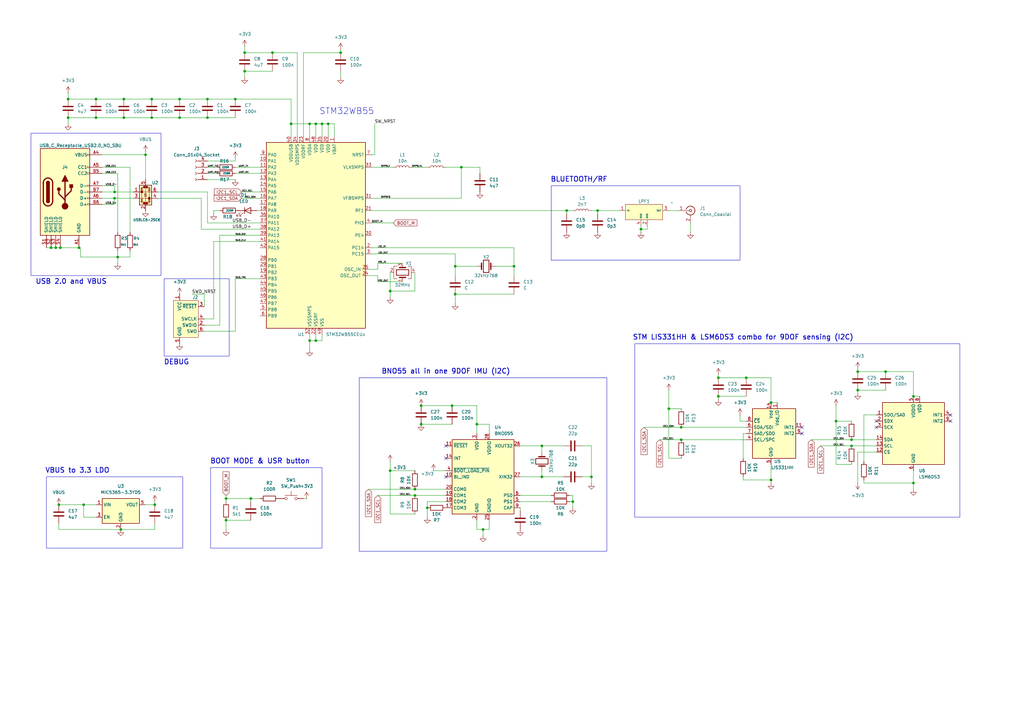
<source format=kicad_sch>
(kicad_sch (version 20250114) (generator "eeschema") (generator_version "9.0")
  (paper "A3")
  (title_block (title "STM32 BL and 9DOF test board") (date "2025-07-13") (rev "1") (comment 1 "i do not know what i am doing"))
  (rectangle (start 226.06 76.2) (end 303.53 106.68))
  (rectangle (start 147.32 154.94) (end 248.92 226.06))
  (rectangle (start 260.35 140.97) (end 393.7 212.09))
  (rectangle (start 86.36 191.77) (end 132.08 224.79))
  (rectangle (start 12.7 54.61) (end 66.04 113.03))
  (rectangle (start 19.05 195.58) (end 74.93 224.79))
  (rectangle (start 67.31 114.3) (end 93.98 146.05))
  (text "STM LIS331HH & LSM6DS3 combo for 9DOF sensing (I2C)\n" (at 304.8 138.43 0) (effects (font (size 2.032 2.032) (thickness 0.3048) (bold yes))))
  (text "VBUS to 3.3 LDO\n" (at 31.75 193.04 0) (effects (font (size 2.032 2.032) (thickness 0.3048) (bold yes))))
  (text "STM32WB55" (at 142.24 45.72 0) (effects (font (size 2.54 2.54))))
  (text "USB 2.0 and VBUS\n" (at 29.21 115.57 0) (effects (font (size 2.032 2.032) (thickness 0.3048) (bold yes))))
  (text "BNO55 all in one 9DOF IMU (I2C)\n" (at 182.88 152.4 0) (effects (font (size 2.032 2.032) (thickness 0.3048) (bold yes))))
  (text "BOOT MODE & USR button" (at 106.68 189.23 0) (effects (font (size 2.032 2.032) (thickness 0.3048) (bold yes))))
  (text "BLUETOOTH/RF\n" (at 237.49 73.66 0) (effects (font (size 2.032 2.032) (thickness 0.3048) (bold yes))))
  (text "DEBUG\n" (at 72.39 148.59 0) (effects (font (size 2.032 2.032) (thickness 0.3048) (bold yes))))
  (junction (at 129.54 50.8))
  (junction (at 186.69 109.22))
  (junction (at 132.08 50.8))
  (junction (at 316.23 196.85))
  (junction (at 32.385 101.6))
  (junction (at 245.11 86.36))
  (junction (at 39.37 40.64))
  (junction (at 175.26 208.28))
  (junction (at 63.5 207.01))
  (junction (at 351.79 160.02))
  (junction (at 62.23 48.26))
  (junction (at 127 139.7))
  (junction (at 49.53 217.17))
  (junction (at 160.02 119.38))
  (junction (at 39.37 48.26))
  (junction (at 210.82 109.22))
  (junction (at 134.62 50.8))
  (junction (at 24.13 207.01))
  (junction (at 351.79 152.4))
  (junction (at 34.29 207.01))
  (junction (at 232.41 86.36))
  (junction (at 92.71 204.47))
  (junction (at 170.18 203.2))
  (junction (at 342.9 172.72))
  (junction (at 262.89 93.98))
  (junction (at 172.72 173.99))
  (junction (at 50.8 48.26))
  (junction (at 127 50.8))
  (junction (at 170.18 200.66))
  (junction (at 92.71 213.36))
  (junction (at 374.65 198.12))
  (junction (at 62.23 40.64))
  (junction (at 46.99 81.28))
  (junction (at 102.87 204.47))
  (junction (at 316.23 165.1))
  (junction (at 73.66 48.26))
  (junction (at 242.57 195.58))
  (junction (at 363.22 152.4))
  (junction (at 195.58 173.99))
  (junction (at 119.38 50.8))
  (junction (at 129.54 139.7))
  (junction (at 222.25 195.58))
  (junction (at 234.95 205.74))
  (junction (at 349.25 180.34))
  (junction (at 294.64 162.56))
  (junction (at 111.76 21.59))
  (junction (at 96.52 40.64))
  (junction (at 294.64 154.94))
  (junction (at 279.4 175.26))
  (junction (at 100.33 21.59))
  (junction (at 274.32 167.64))
  (junction (at 160.02 193.04))
  (junction (at 279.4 180.34))
  (junction (at 185.42 166.37))
  (junction (at 198.12 217.17))
  (junction (at 20.955 101.6))
  (junction (at 100.33 29.21))
  (junction (at 85.09 48.26))
  (junction (at 59.69 63.5))
  (junction (at 48.26 105.41))
  (junction (at 24.765 101.6))
  (junction (at 22.86 101.6))
  (junction (at 139.7 21.59))
  (junction (at 189.23 68.58))
  (junction (at 27.94 40.64))
  (junction (at 27.94 48.26))
  (junction (at 85.09 40.64))
  (junction (at 50.8 40.64))
  (junction (at 186.69 120.65))
  (junction (at 374.65 162.56))
  (junction (at 349.25 182.88))
  (junction (at 306.07 154.94))
  (junction (at 222.25 182.88))
  (junction (at 46.99 78.74))
  (junction (at 172.72 166.37))
  (junction (at 73.66 40.64))
  (no_connect (at 182.88 195.58))
  (no_connect (at 328.93 177.8))
  (no_connect (at 359.41 175.26))
  (no_connect (at 182.88 182.88))
  (no_connect (at 389.89 172.72))
  (no_connect (at 328.93 175.26))
  (no_connect (at 359.41 172.72))
  (no_connect (at 389.89 170.18))
  (no_connect (at 182.88 187.96))
  (wire (pts (xy 354.33 198.12) (xy 374.65 198.12)))
  (wire (pts (xy 73.66 40.64) (xy 85.09 40.64)))
  (wire (pts (xy 48.26 105.41) (xy 48.26 107.95)))
  (wire (pts (xy 53.34 102.87) (xy 53.34 105.41)))
  (wire (pts (xy 332.74 180.34) (xy 349.25 180.34)))
  (wire (pts (xy 50.8 48.26) (xy 62.23 48.26)))
  (wire (pts (xy 172.72 173.99) (xy 185.42 173.99)))
  (wire (pts (xy 92.71 203.2) (xy 92.71 204.47)))
  (wire (pts (xy 182.88 68.58) (xy 189.23 68.58)))
  (wire (pts (xy 85.09 73.66) (xy 96.52 73.66)))
  (wire (pts (xy 210.82 109.22) (xy 210.82 113.03)))
  (wire (pts (xy 139.7 29.21) (xy 139.7 31.75)))
  (wire (pts (xy 270.51 180.34) (xy 279.4 180.34)))
  (wire (pts (xy 222.25 195.58) (xy 231.14 195.58)))
  (wire (pts (xy 374.65 198.12) (xy 374.65 200.66)))
  (wire (pts (xy 152.4 91.44) (xy 161.29 91.44)))
  (wire (pts (xy 274.32 86.36) (xy 278.13 86.36)))
  (wire (pts (xy 306.07 172.72) (xy 303.53 172.72)))
  (wire (pts (xy 63.5 217.17) (xy 49.53 217.17)))
  (wire (pts (xy 119.38 50.8) (xy 119.38 55.88)))
  (wire (pts (xy 24.13 214.63) (xy 24.13 217.17)))
  (wire (pts (xy 316.23 165.1) (xy 318.77 165.1)))
  (wire (pts (xy 139.7 20.32) (xy 139.7 21.59)))
  (wire (pts (xy 124.46 21.59) (xy 124.46 55.88)))
  (wire (pts (xy 160.02 119.38) (xy 170.18 119.38)))
  (wire (pts (xy 294.64 153.67) (xy 294.64 154.94)))
  (wire (pts (xy 242.57 195.58) (xy 242.57 198.12)))
  (wire (pts (xy 363.22 152.4) (xy 351.79 152.4)))
  (wire (pts (xy 96.52 64.77) (xy 96.52 66.04)))
  (wire (pts (xy 100.33 21.59) (xy 111.76 21.59)))
  (wire (pts (xy 96.52 71.12) (xy 106.68 71.12)))
  (wire (pts (xy 294.64 162.56) (xy 294.64 163.83)))
  (wire (pts (xy 27.94 40.64) (xy 39.37 40.64)))
  (wire (pts (xy 32.385 101.6) (xy 33.02 101.6)))
  (wire (pts (xy 83.82 130.81) (xy 87.63 130.81)))
  (wire (pts (xy 200.66 213.36) (xy 200.66 217.17)))
  (wire (pts (xy 33.02 101.6) (xy 33.02 105.41)))
  (wire (pts (xy 96.52 68.58) (xy 106.68 68.58)))
  (wire (pts (xy 242.57 195.58) (xy 238.76 195.58)))
  (wire (pts (xy 203.2 109.22) (xy 210.82 109.22)))
  (wire (pts (xy 129.54 50.8) (xy 129.54 55.88)))
  (wire (pts (xy 170.18 119.38) (xy 170.18 111.76)))
  (wire (pts (xy 83.82 120.65) (xy 78.74 120.65)))
  (wire (pts (xy 92.71 213.36) (xy 102.87 213.36)))
  (wire (pts (xy 198.12 217.17) (xy 195.58 217.17)))
  (wire (pts (xy 160.02 189.23) (xy 160.02 193.04)))
  (wire (pts (xy 41.91 71.12) (xy 48.26 71.12)))
  (wire (pts (xy 90.17 96.52) (xy 90.17 133.35)))
  (wire (pts (xy 200.66 217.17) (xy 198.12 217.17)))
  (wire (pts (xy 53.34 68.58) (xy 53.34 95.25)))
  (wire (pts (xy 27.94 48.26) (xy 27.94 50.8)))
  (wire (pts (xy 41.91 81.28) (xy 46.99 81.28)))
  (wire (pts (xy 200.66 173.99) (xy 195.58 173.99)))
  (wire (pts (xy 342.9 166.37) (xy 342.9 172.72)))
  (wire (pts (xy 87.63 99.06) (xy 87.63 130.81)))
  (wire (pts (xy 92.71 213.36) (xy 92.71 217.17)))
  (wire (pts (xy 279.4 167.64) (xy 274.32 167.64)))
  (wire (pts (xy 306.07 154.94) (xy 294.64 154.94)))
  (wire (pts (xy 90.17 96.52) (xy 106.68 96.52)))
  (wire (pts (xy 262.89 93.98) (xy 262.89 92.71)))
  (wire (pts (xy 85.09 68.58) (xy 88.9 68.58)))
  (wire (pts (xy 153.67 50.8) (xy 153.67 63.5)))
  (wire (pts (xy 59.69 207.01) (xy 63.5 207.01)))
  (wire (pts (xy 132.08 139.7) (xy 129.54 139.7)))
  (wire (pts (xy 129.54 137.16) (xy 129.54 139.7)))
  (wire (pts (xy 279.4 175.26) (xy 306.07 175.26)))
  (wire (pts (xy 170.18 203.2) (xy 182.88 203.2)))
  (wire (pts (xy 186.69 109.22) (xy 195.58 109.22)))
  (wire (pts (xy 41.91 76.2) (xy 46.99 76.2)))
  (wire (pts (xy 85.09 91.44) (xy 106.68 91.44)))
  (wire (pts (xy 359.41 170.18) (xy 354.33 170.18)))
  (wire (pts (xy 64.77 78.74) (xy 85.09 78.74)))
  (wire (pts (xy 50.8 40.64) (xy 62.23 40.64)))
  (wire (pts (xy 63.5 214.63) (xy 63.5 217.17)))
  (wire (pts (xy 170.18 200.66) (xy 182.88 200.66)))
  (wire (pts (xy 127 50.8) (xy 129.54 50.8)))
  (wire (pts (xy 196.85 68.58) (xy 196.85 71.12)))
  (wire (pts (xy 242.57 182.88) (xy 242.57 195.58)))
  (wire (pts (xy 24.13 217.17) (xy 49.53 217.17)))
  (wire (pts (xy 152.4 81.28) (xy 189.23 81.28)))
  (wire (pts (xy 46.99 83.82) (xy 46.99 81.28)))
  (wire (pts (xy 222.25 182.88) (xy 222.25 185.42)))
  (wire (pts (xy 304.8 195.58) (xy 304.8 196.85)))
  (wire (pts (xy 129.54 50.8) (xy 132.08 50.8)))
  (wire (pts (xy 213.36 182.88) (xy 222.25 182.88)))
  (wire (pts (xy 41.91 68.58) (xy 53.34 68.58)))
  (wire (pts (xy 154.94 203.2) (xy 170.18 203.2)))
  (wire (pts (xy 121.92 55.88) (xy 121.92 21.59)))
  (wire (pts (xy 160.02 193.04) (xy 160.02 210.82)))
  (wire (pts (xy 374.65 152.4) (xy 363.22 152.4)))
  (wire (pts (xy 354.33 198.12) (xy 354.33 196.85)))
  (wire (pts (xy 59.69 63.5) (xy 59.69 73.66)))
  (wire (pts (xy 96.52 114.3) (xy 106.68 114.3)))
  (wire (pts (xy 279.4 180.34) (xy 306.07 180.34)))
  (wire (pts (xy 342.9 172.72) (xy 342.9 190.5)))
  (wire (pts (xy 160.02 210.82) (xy 170.18 210.82)))
  (wire (pts (xy 195.58 217.17) (xy 195.58 213.36)))
  (wire (pts (xy 24.13 207.01) (xy 34.29 207.01)))
  (wire (pts (xy 83.82 120.65) (xy 83.82 125.73)))
  (wire (pts (xy 349.25 182.88) (xy 359.41 182.88)))
  (wire (pts (xy 100.33 29.21) (xy 100.33 31.75)))
  (wire (pts (xy 132.08 50.8) (xy 134.62 50.8)))
  (wire (pts (xy 186.69 109.22) (xy 186.69 113.03)))
  (wire (pts (xy 22.86 101.6) (xy 24.765 101.6)))
  (wire (pts (xy 264.16 175.26) (xy 279.4 175.26)))
  (wire (pts (xy 200.66 177.8) (xy 200.66 173.99)))
  (wire (pts (xy 129.54 139.7) (xy 127 139.7)))
  (wire (pts (xy 132.08 137.16) (xy 132.08 139.7)))
  (wire (pts (xy 354.33 170.18) (xy 354.33 189.23)))
  (wire (pts (xy 153.67 63.5) (xy 152.4 63.5)))
  (wire (pts (xy 262.89 93.98) (xy 265.43 93.98)))
  (wire (pts (xy 210.82 101.6) (xy 210.82 109.22)))
  (wire (pts (xy 245.11 86.36) (xy 254 86.36)))
  (wire (pts (xy 195.58 166.37) (xy 195.58 173.99)))
  (wire (pts (xy 160.02 111.76) (xy 160.02 119.38)))
  (wire (pts (xy 233.68 205.74) (xy 234.95 205.74)))
  (wire (pts (xy 90.17 133.35) (xy 83.82 133.35)))
  (wire (pts (xy 39.37 212.09) (xy 34.29 212.09)))
  (wire (pts (xy 242.57 86.36) (xy 245.11 86.36)))
  (wire (pts (xy 151.13 200.66) (xy 170.18 200.66)))
  (wire (pts (xy 127 139.7) (xy 127 143.51)))
  (wire (pts (xy 152.4 104.14) (xy 186.69 104.14)))
  (wire (pts (xy 132.08 50.8) (xy 132.08 55.88)))
  (wire (pts (xy 151.13 110.49) (xy 154.94 110.49)))
  (wire (pts (xy 27.94 48.26) (xy 39.37 48.26)))
  (wire (pts (xy 316.23 198.12) (xy 316.23 196.85)))
  (wire (pts (xy 41.91 83.82) (xy 46.99 83.82)))
  (wire (pts (xy 213.36 195.58) (xy 222.25 195.58)))
  (wire (pts (xy 238.76 182.88) (xy 242.57 182.88)))
  (wire (pts (xy 99.06 78.74) (xy 106.68 78.74)))
  (wire (pts (xy 53.34 105.41) (xy 48.26 105.41)))
  (wire (pts (xy 232.41 86.36) (xy 232.41 87.63)))
  (wire (pts (xy 39.37 40.64) (xy 50.8 40.64)))
  (wire (pts (xy 374.65 162.56) (xy 374.65 152.4)))
  (wire (pts (xy 39.37 48.26) (xy 50.8 48.26)))
  (wire (pts (xy 349.25 172.72) (xy 342.9 172.72)))
  (wire (pts (xy 234.95 205.74) (xy 234.95 208.28)))
  (wire (pts (xy 274.32 187.96) (xy 279.4 187.96)))
  (wire (pts (xy 186.69 120.65) (xy 210.82 120.65)))
  (wire (pts (xy 232.41 86.36) (xy 234.95 86.36)))
  (wire (pts (xy 96.52 40.64) (xy 119.38 40.64)))
  (wire (pts (xy 154.94 107.95) (xy 165.1 107.95)))
  (wire (pts (xy 303.53 170.18) (xy 303.53 172.72)))
  (wire (pts (xy 92.71 204.47) (xy 92.71 205.74)))
  (wire (pts (xy 73.66 48.26) (xy 85.09 48.26)))
  (wire (pts (xy 90.17 86.36) (xy 87.63 86.36)))
  (wire (pts (xy 85.09 40.64) (xy 96.52 40.64)))
  (wire (pts (xy 100.33 19.05) (xy 100.33 21.59)))
  (wire (pts (xy 99.06 81.28) (xy 106.68 81.28)))
  (wire (pts (xy 294.64 162.56) (xy 306.07 162.56)))
  (wire (pts (xy 48.26 71.12) (xy 48.26 95.25)))
  (wire (pts (xy 154.94 115.57) (xy 165.1 115.57)))
  (wire (pts (xy 85.09 48.26) (xy 96.52 48.26)))
  (wire (pts (xy 127 50.8) (xy 127 55.88)))
  (wire (pts (xy 283.21 91.44) (xy 283.21 95.25)))
  (wire (pts (xy 63.5 205.74) (xy 63.5 207.01)))
  (wire (pts (xy 102.87 204.47) (xy 106.68 204.47)))
  (wire (pts (xy 87.63 99.06) (xy 106.68 99.06)))
  (wire (pts (xy 213.36 203.2) (xy 226.06 203.2)))
  (wire (pts (xy 33.02 105.41) (xy 48.26 105.41)))
  (wire (pts (xy 19.05 101.6) (xy 20.955 101.6)))
  (wire (pts (xy 175.26 205.74) (xy 175.26 208.28)))
  (wire (pts (xy 304.8 196.85) (xy 316.23 196.85)))
  (wire (pts (xy 245.11 86.36) (xy 245.11 87.63)))
  (wire (pts (xy 154.94 113.03) (xy 154.94 115.57)))
  (wire (pts (xy 186.69 120.65) (xy 186.69 124.46)))
  (wire (pts (xy 121.92 21.59) (xy 111.76 21.59)))
  (wire (pts (xy 213.36 205.74) (xy 226.06 205.74)))
  (wire (pts (xy 316.23 165.1) (xy 316.23 154.94)))
  (wire (pts (xy 359.41 185.42) (xy 351.79 185.42)))
  (wire (pts (xy 119.38 40.64) (xy 119.38 50.8)))
  (wire (pts (xy 351.79 185.42) (xy 351.79 198.12)))
  (wire (pts (xy 64.77 81.28) (xy 82.55 81.28)))
  (wire (pts (xy 124.46 204.47) (xy 125.73 204.47)))
  (wire (pts (xy 316.23 196.85) (xy 316.23 190.5)))
  (wire (pts (xy 102.87 204.47) (xy 102.87 205.74)))
  (wire (pts (xy 46.99 76.2) (xy 46.99 78.74)))
  (wire (pts (xy 152.4 101.6) (xy 210.82 101.6)))
  (wire (pts (xy 152.4 68.58) (xy 161.29 68.58)))
  (wire (pts (xy 213.36 208.28) (xy 213.36 209.55)))
  (wire (pts (xy 134.62 50.8) (xy 134.62 55.88)))
  (wire (pts (xy 177.8 193.04) (xy 182.88 193.04)))
  (wire (pts (xy 87.63 86.36) (xy 87.63 87.63)))
  (wire (pts (xy 304.8 177.8) (xy 304.8 187.96)))
  (wire (pts (xy 154.94 110.49) (xy 154.94 107.95)))
  (wire (pts (xy 152.4 86.36) (xy 232.41 86.36)))
  (wire (pts (xy 137.16 55.88) (xy 137.16 50.8)))
  (wire (pts (xy 24.765 101.6) (xy 32.385 101.6)))
  (wire (pts (xy 172.72 166.37) (xy 185.42 166.37)))
  (wire (pts (xy 34.29 207.01) (xy 39.37 207.01)))
  (wire (pts (xy 351.79 160.02) (xy 363.22 160.02)))
  (wire (pts (xy 342.9 190.5) (xy 349.25 190.5)))
  (wire (pts (xy 316.23 154.94) (xy 306.07 154.94)))
  (wire (pts (xy 234.95 203.2) (xy 233.68 203.2)))
  (wire (pts (xy 62.23 48.26) (xy 73.66 48.26)))
  (wire (pts (xy 351.79 160.02) (xy 351.79 161.29)))
  (wire (pts (xy 222.25 195.58) (xy 222.25 193.04)))
  (wire (pts (xy 85.09 66.04) (xy 96.52 66.04)))
  (wire (pts (xy 189.23 68.58) (xy 196.85 68.58)))
  (wire (pts (xy 186.69 104.14) (xy 186.69 109.22)))
  (wire (pts (xy 189.23 81.28) (xy 189.23 68.58)))
  (wire (pts (xy 82.55 81.28) (xy 82.55 93.98)))
  (wire (pts (xy 46.99 81.28) (xy 54.61 81.28)))
  (wire (pts (xy 20.955 101.6) (xy 22.86 101.6)))
  (wire (pts (xy 48.26 102.87) (xy 48.26 105.41)))
  (wire (pts (xy 96.52 135.89) (xy 96.52 114.3)))
  (wire (pts (xy 59.69 62.23) (xy 59.69 63.5)))
  (wire (pts (xy 92.71 204.47) (xy 102.87 204.47)))
  (wire (pts (xy 234.95 203.2) (xy 234.95 205.74)))
  (wire (pts (xy 274.32 160.02) (xy 274.32 167.64)))
  (wire (pts (xy 151.13 113.03) (xy 154.94 113.03)))
  (wire (pts (xy 100.33 29.21) (xy 111.76 29.21)))
  (wire (pts (xy 175.26 208.28) (xy 175.26 212.09)))
  (wire (pts (xy 222.25 182.88) (xy 231.14 182.88)))
  (wire (pts (xy 27.94 38.1) (xy 27.94 40.64)))
  (wire (pts (xy 82.55 93.98) (xy 106.68 93.98)))
  (wire (pts (xy 46.99 78.74) (xy 54.61 78.74)))
  (wire (pts (xy 265.43 92.71) (xy 265.43 93.98)))
  (wire (pts (xy 168.91 68.58) (xy 175.26 68.58)))
  (wire (pts (xy 34.29 212.09) (xy 34.29 207.01)))
  (wire (pts (xy 127 137.16) (xy 127 139.7)))
  (wire (pts (xy 41.91 78.74) (xy 46.99 78.74)))
  (wire (pts (xy 336.55 182.88) (xy 349.25 182.88)))
  (wire (pts (xy 185.42 166.37) (xy 195.58 166.37)))
  (wire (pts (xy 85.09 78.74) (xy 85.09 91.44)))
  (wire (pts (xy 349.25 180.34) (xy 359.41 180.34)))
  (wire (pts (xy 182.88 205.74) (xy 175.26 205.74)))
  (wire (pts (xy 83.82 135.89) (xy 96.52 135.89)))
  (wire (pts (xy 195.58 173.99) (xy 195.58 177.8)))
  (wire (pts (xy 198.12 217.17) (xy 198.12 219.71)))
  (wire (pts (xy 139.7 21.59) (xy 124.46 21.59)))
  (wire (pts (xy 374.65 193.04) (xy 374.65 198.12)))
  (wire (pts (xy 374.65 162.56) (xy 377.19 162.56)))
  (wire (pts (xy 262.89 93.98) (xy 262.89 95.25)))
  (wire (pts (xy 306.07 177.8) (xy 304.8 177.8)))
  (wire (pts (xy 134.62 50.8) (xy 137.16 50.8)))
  (wire (pts (xy 41.91 63.5) (xy 59.69 63.5)))
  (wire (pts (xy 274.32 167.64) (xy 274.32 187.96)))
  (wire (pts (xy 85.09 71.12) (xy 88.9 71.12)))
  (wire (pts (xy 351.79 151.13) (xy 351.79 152.4)))
  (wire (pts (xy 119.38 50.8) (xy 127 50.8)))
  (wire (pts (xy 62.23 40.64) (xy 73.66 40.64)))
  (wire (pts (xy 105.41 86.36) (xy 106.68 86.36)))
  (wire (pts (xy 160.02 119.38) (xy 160.02 121.92)))
  (wire (pts (xy 170.18 193.04) (xy 160.02 193.04)))
  (label "USB_CC2" (at 43.18 71.12 0) (effects (font (size 0.635 0.635))))
  (label "SWD_NRST" (at 78.74 120.65 0))
  (label "USB_D+" (at 95.25 93.98 0))
  (label "SMPSLXL" (at 168.91 68.58 0) (effects (font (size 0.635 0.635))))
  (label "I2C1_SDA" (at 341.63 180.34 0) (effects (font (size 0.635 0.635))))
  (label "UART_TXC" (at 85.09 68.58 0) (effects (font (size 0.635 0.635))))
  (label "HSE_IN" (at 154.94 107.95 0) (effects (font (size 0.635 0.635))))
  (label "I2C1_SDA" (at 163.83 200.66 0) (effects (font (size 0.635 0.635))))
  (label "LSE_OUT" (at 155.0231 104.14 0) (effects (font (size 0.635 0.635))))
  (label "I2C1_SDA" (at 100.33 81.28 0) (effects (font (size 0.635 0.635))))
  (label "UART_TX" (at 97.79 68.58 0) (effects (font (size 0.635 0.635))))
  (label "USB_D+" (at 43.18 83.82 0) (effects (font (size 0.762 0.762))))
  (label "I2C1_SCL" (at 163.83 203.2 0) (effects (font (size 0.635 0.635))))
  (label "UART_RX" (at 97.79 71.12 0) (effects (font (size 0.635 0.635))))
  (label "I2C1_SCL" (at 271.78 180.34 0) (effects (font (size 0.635 0.635))))
  (label "SMPSLX" (at 156.21 68.58 0) (effects (font (size 0.635 0.635))))
  (label "HSE_OUT" (at 154.94 115.57 0) (effects (font (size 0.635 0.635))))
  (label "I2C1_SDA" (at 271.78 175.26 0) (effects (font (size 0.635 0.635))))
  (label "USB_CC1" (at 43.18 68.58 0) (effects (font (size 0.635 0.635))))
  (label "SWD_TRC" (at 96.52 114.3 0) (effects (font (size 0.635 0.635))))
  (label "I2C1_SCL" (at 99.06 78.74 0) (effects (font (size 0.635 0.635))))
  (label "UART_RXC" (at 85.09 71.12 0) (effects (font (size 0.635 0.635))))
  (label "I2C1_SCL" (at 341.63 182.88 0) (effects (font (size 0.635 0.635))))
  (label "USB_D-" (at 95.25 91.44 0))
  (label "SW_NRST" (at 153.67 50.8 0))
  (label "SMPSFB" (at 156.21 81.28 0) (effects (font (size 0.635 0.635))))
  (label "USB_D-" (at 43.18 76.2 0) (effects (font (size 0.762 0.762))))
  (label "SWD_CLK" (at 96.52 99.06 0) (effects (font (size 0.635 0.635))))
  (label "SWD_DIO" (at 96.52 96.52 0) (effects (font (size 0.635 0.635))))
  (label "BOOT_M" (at 152.4 91.44 0) (effects (font (size 0.762 0.762))))
  (label "LSE_IN" (at 154.94 101.6 0) (effects (font (size 0.635 0.635))))
  (global_label "I2C1_SDA" (shape input) (at 264.16 175.26 270) (property "Intersheetrefs" "${INTERSHEET_REFS}" (effects (hide yes))))
  (global_label "I2C1_SCL" (shape input) (at 270.51 180.34 270) (property "Intersheetrefs" "${INTERSHEET_REFS}" (effects (hide yes))))
  (global_label "I2C1_SCL" (shape input) (at 154.94 203.2 270) (property "Intersheetrefs" "${INTERSHEET_REFS}" (effects (hide yes))))
  (global_label "I2C1_SDA" (shape input) (at 99.06 81.28 180) (property "Intersheetrefs" "${INTERSHEET_REFS}" (effects (hide yes))))
  (global_label "I2C1_SCL" (shape input) (at 99.06 78.74 180) (property "Intersheetrefs" "${INTERSHEET_REFS}" (effects (hide yes))))
  (global_label "I2C1_SDA" (shape input) (at 151.13 200.66 270) (property "Intersheetrefs" "${INTERSHEET_REFS}" (effects (hide yes))))
  (global_label "BOOT_M" (shape input) (at 92.71 203.2 90) (property "Intersheetrefs" "${INTERSHEET_REFS}" (effects (hide yes))))
  (global_label "BOOT_M" (shape input) (at 161.29 91.44 0) (property "Intersheetrefs" "${INTERSHEET_REFS}" (effects (hide yes))))
  (global_label "I2C1_SDA" (shape input) (at 332.74 180.34 270) (property "Intersheetrefs" "${INTERSHEET_REFS}" (effects (hide yes))))
  (global_label "I2C1_SCL" (shape input) (at 336.55 182.88 270) (property "Intersheetrefs" "${INTERSHEET_REFS}" (effects (hide yes))))
  (symbol (lib_id "power:GND") (at 87.63 87.63 0) (unit 1)
    (property "Reference" "#PWR046" (effects (hide yes)))
    (property "Value" "GND" (effects (hide yes)))
    (property "Description" "Power symbol creates a global label with name \"GND\" , ground" (effects (hide yes)))
  )
  (symbol (lib_id "power:GND") (at 374.65 200.66 0) (unit 1)
    (property "Reference" "#PWR040" (effects (hide yes)))
    (property "Value" "GND" (effects (hide yes)))
    (property "Description" "Power symbol creates a global label with name \"GND\" , ground" (effects (hide yes)))
  )
  (symbol (lib_id "Regulator_Linear:MIC5365-3.3YD5") (at 49.53 209.55 0) (unit 1)
    (property "Reference" "U3" (at 49.53 199.39 0))
    (property "Value" "MIC5365-3.3YD5" (at 49.53 201.93 0))
    (property "Footprint" "Package_TO_SOT_SMD:SOT-23-5" (effects (hide yes)))
    (property "Datasheet" "http://ww1.microchip.com/downloads/en/DeviceDoc/mic5365.pdf" (effects (hide yes)))
    (property "Description" "150mA Low-dropout Voltage Regulator, Vout 3.3V, Vin up to 5.5V, SOT-23-5" (effects (hide yes)))
  )
  (symbol (lib_id "Device:R") (at 92.71 68.58 90) (unit 1)
    (property "Reference" "R16" (at 93.98 66.04 90) (effects (justify left)))
    (property "Value" "220R" (at 93.98 68.58 90) (effects (font (size 0.762 0.762)) (justify left)))
    (property "Description" "Resistor" (effects (hide yes)))
  )
  (symbol (lib_id "power:+3V3") (at 274.32 160.02 0) (unit 1)
    (property "Reference" "#PWR042" (effects (hide yes)))
    (property "Value" "+3V3" (at 274.32 154.94 0))
    (property "Description" "Power symbol creates a global label with name \"+3V3\"" (effects (hide yes)))
  )
  (symbol (lib_id "power:GND") (at 316.23 198.12 0) (unit 1)
    (property "Reference" "#PWR037" (effects (hide yes)))
    (property "Value" "GND" (effects (hide yes)))
    (property "Description" "Power symbol creates a global label with name \"GND\" , ground" (effects (hide yes)))
  )
  (symbol (lib_id "power:GND") (at 196.85 78.74 0) (unit 1)
    (property "Reference" "#PWR08" (effects (hide yes)))
    (property "Value" "GND" (effects (hide yes)))
    (property "Description" "Power symbol creates a global label with name \"GND\" , ground" (effects (hide yes)))
  )
  (symbol (lib_id "power:+3V3") (at 96.52 64.77 0) (unit 1)
    (property "Reference" "#PWR045" (effects (hide yes)))
    (property "Value" "+3V3" (at 96.52 59.69 0))
    (property "Description" "Power symbol creates a global label with name \"+3V3\"" (effects (hide yes)))
  )
  (symbol (lib_id "power:GND") (at 73.66 140.97 0) (unit 1)
    (property "Reference" "#PWR016" (effects (hide yes)))
    (property "Value" "GND" (effects (hide yes)))
    (property "Description" "Power symbol creates a global label with name \"GND\" , ground" (effects (hide yes)))
  )
  (symbol (lib_id "Connector:Conn_ARM_SWD_TagConnect_TC2030") (at 76.2 130.81 0) (unit 1) (in_bom no)
    (property "Reference" "J2" (at 81.28 121.92 0) (effects (justify right)))
    (property "Value" "Conn_ARM_SWD_TagConnect_TC2030" (effects (hide yes)))
    (property "Footprint" "Connector:Tag-Connect_TC2030-IDC-FP_2x03_P1.27mm_Vertical" (effects (hide yes)))
    (property "Datasheet" "https://www.tag-connect.com/wp-content/uploads/bsk-pdf-manager/TC2030-CTX_1.pdf" (effects (hide yes)))
    (property "Description" "Tag-Connect ARM Cortex SWD JTAG connector, 6 pin" (effects (hide yes)))
  )
  (symbol (lib_id "power:+3V3") (at 125.73 204.47 0) (unit 1)
    (property "Reference" "#PWR018" (effects (hide yes)))
    (property "Value" "+3V3" (at 125.73 199.39 0))
    (property "Description" "Power symbol creates a global label with name \"+3V3\"" (effects (hide yes)))
  )
  (symbol (lib_id "power:+3V3") (at 172.72 166.37 0) (unit 1)
    (property "Reference" "#PWR026" (effects (hide yes)))
    (property "Value" "+3V3" (at 172.72 161.29 0))
    (property "Description" "Power symbol creates a global label with name \"+3V3\"" (effects (hide yes)))
  )
  (symbol (lib_id "Device:C") (at 232.41 91.44 0) (unit 1)
    (property "Reference" "C15" (at 236.22 90.1699 0) (effects (justify left)))
    (property "Value" "0p8" (at 236.22 92.7099 0) (effects (justify left)))
    (property "Description" "Unpolarized capacitor" (effects (hide yes)))
  )
  (symbol (lib_id "power:+3V3") (at 342.9 166.37 0) (unit 1)
    (property "Reference" "#PWR043" (effects (hide yes)))
    (property "Value" "+3V3" (at 342.9 161.29 0))
    (property "Description" "Power symbol creates a global label with name \"+3V3\"" (effects (hide yes)))
  )
  (symbol (lib_id "Device:C") (at 210.82 116.84 0) (unit 1)
    (property "Reference" "C13" (at 214.63 115.5699 0) (effects (justify left)))
    (property "Value" "C" (at 214.63 118.1099 0) (effects (justify left)))
    (property "Description" "Unpolarized capacitor" (effects (hide yes)))
  )
  (symbol (lib_id "Device:C") (at 172.72 170.18 0) (unit 1)
    (property "Reference" "C27" (at 176.53 168.9099 0) (effects (justify left)))
    (property "Value" "100n" (at 176.53 171.4499 0) (effects (justify left)))
    (property "Description" "Unpolarized capacitor" (effects (hide yes)))
  )
  (symbol (lib_id "Device:C") (at 63.5 210.82 0) (unit 1)
    (property "Reference" "C18" (at 67.31 209.5499 0) (effects (justify left)))
    (property "Value" "4u7" (at 67.31 212.0899 0) (effects (justify left)))
    (property "Description" "Unpolarized capacitor" (effects (hide yes)))
  )
  (symbol (lib_id "Device:R") (at 170.18 207.01 180) (unit 1)
    (property "Reference" "R9" (at 165.1 207.01 90))
    (property "Value" "10K" (at 167.64 207.01 90))
    (property "Description" "Resistor" (effects (hide yes)))
  )
  (symbol (lib_id "Device:C") (at 24.13 210.82 0) (unit 1)
    (property "Reference" "C17" (at 27.94 209.5499 0) (effects (justify left)))
    (property "Value" "4u7" (at 27.94 212.0899 0) (effects (justify left)))
    (property "Description" "Unpolarized capacitor" (effects (hide yes)))
  )
  (symbol (lib_id "Device:LED") (at 101.6 86.36 0) (unit 1)
    (property "Reference" "D1" (at 100.0125 80.01 0))
    (property "Value" "LED" (at 100.0125 82.55 0))
    (property "Description" "Light emitting diode" (effects (hide yes)))
    (property "Sim.Pins" "1=K 2=A" (effects (hide yes)))
  )
  (symbol (lib_id "Device:C") (at 234.95 195.58 90) (unit 1)
    (property "Reference" "C21" (at 234.95 187.96 90))
    (property "Value" "22p" (at 234.95 190.5 90))
    (property "Description" "Unpolarized capacitor" (effects (hide yes)))
  )
  (symbol (lib_id "power:GND") (at 92.71 217.17 0) (unit 1)
    (property "Reference" "#PWR017" (effects (hide yes)))
    (property "Value" "GND" (effects (hide yes)))
    (property "Description" "Power symbol creates a global label with name \"GND\" , ground" (effects (hide yes)))
  )
  (symbol (lib_id "power:GND") (at 186.69 124.46 0) (unit 1)
    (property "Reference" "#PWR09" (effects (hide yes)))
    (property "Value" "GND" (effects (hide yes)))
    (property "Description" "Power symbol creates a global label with name \"GND\" , ground" (effects (hide yes)))
  )
  (symbol (lib_id "Device:C") (at 73.66 44.45 0) (unit 1)
    (property "Reference" "C2" (at 77.47 43.1799 0) (effects (justify left)))
    (property "Value" "100n" (at 77.47 45.7199 0) (effects (justify left)))
    (property "Description" "Unpolarized capacitor" (effects (hide yes)))
  )
  (symbol (lib_id "Device:C") (at 62.23 44.45 0) (unit 1)
    (property "Reference" "C3" (at 66.04 43.1799 0) (effects (justify left)))
    (property "Value" "100n" (at 66.04 45.7199 0) (effects (justify left)))
    (property "Description" "Unpolarized capacitor" (effects (hide yes)))
  )
  (symbol (lib_id "Device:R") (at 92.71 71.12 270) (unit 1)
    (property "Reference" "R17" (at 90.17 73.66 90) (effects (justify left)))
    (property "Value" "220R" (at 91.44 71.12 90) (effects (font (size 0.762 0.762)) (justify left)))
    (property "Description" "Resistor" (effects (hide yes)))
  )
  (symbol (lib_id "Device:C") (at 111.76 25.4 0) (unit 1)
    (property "Reference" "C9" (at 115.57 24.1299 0) (effects (justify left)))
    (property "Value" "100n" (at 115.57 26.6699 0) (effects (justify left)))
    (property "Description" "Unpolarized capacitor" (effects (hide yes)))
  )
  (symbol (lib_id "power:+3V3") (at 303.53 170.18 0) (unit 1)
    (property "Reference" "#PWR034" (effects (hide yes)))
    (property "Value" "+3V3" (at 303.53 165.1 0))
    (property "Description" "Power symbol creates a global label with name \"+3V3\"" (effects (hide yes)))
  )
  (symbol (lib_id "Connector:Conn_01x04_Socket") (at 80.01 71.12 180) (unit 1)
    (property "Reference" "J3" (at 80.645 60.96 0))
    (property "Value" "Conn_01x04_Socket" (at 80.645 63.5 0))
    (property "Footprint" "Connector_Molex:Molex_MicroClasp_55932-0410_1x04_P2.00mm_Vertical" (effects (hide yes)))
    (property "Description" "Generic connector, single row, 01x04, script generated" (effects (hide yes)))
  )
  (symbol (lib_id "Device:Crystal") (at 199.39 109.22 0) (unit 1)
    (property "Reference" "X2" (at 199.39 105.41 0))
    (property "Value" "32kHz768" (at 199.39 113.03 0))
    (property "Description" "Two pin crystal" (effects (hide yes)))
  )
  (symbol (lib_id "MCU_ST_STM32WB:STM32WB55CEUx") (at 129.54 96.52 0) (mirror y) (unit 1)
    (property "Reference" "U1" (at 124.8567 137.16 0) (effects (justify left)))
    (property "Value" "STM32WB55CEUx" (at 149.86 137.16 0) (effects (justify left)))
    (property "Footprint" "Package_DFN_QFN:QFN-48-1EP_7x7mm_P0.5mm_EP5.6x5.6mm" (effects (hide yes)))
    (property "Datasheet" "https://www.st.com/resource/en/datasheet/stm32wb55ce.pdf" (effects (hide yes)))
    (property "Description" "STMicroelectronics Arm Cortex-M4 MCU, 512KB flash, 256KB RAM, 64 MHz, 1.71-3.6V, 30 GPIO, UFQFPN48" (effects (hide yes)))
  )
  (symbol (lib_id "Device:L") (at 179.07 68.58 90) (unit 1)
    (property "Reference" "L2" (at 179.07 63.5 90))
    (property "Value" "10n" (at 179.07 66.04 90))
    (property "Description" "Inductor" (effects (hide yes)))
  )
  (symbol (lib_id "Device:R") (at 304.8 191.77 0) (unit 1)
    (property "Reference" "R10" (at 309.88 191.77 90))
    (property "Value" "10K" (at 307.34 191.77 90))
    (property "Description" "Resistor" (effects (hide yes)))
  )
  (symbol (lib_id "Device:C") (at 50.8 44.45 0) (unit 1)
    (property "Reference" "C6" (at 54.61 43.1799 0) (effects (justify left)))
    (property "Value" "100n" (at 54.61 45.7199 0) (effects (justify left)))
    (property "Description" "Unpolarized capacitor" (effects (hide yes)))
  )
  (symbol (lib_id "SW:DLF162500LT-5028A1") (at 264.16 86.36 0) (unit 1)
    (property "Reference" "LPF1" (at 264.16 82.55 0))
    (property "Value" "~" (at 275.59 83.1149 0))
    (property "Footprint" "SW:DLF162500LT-5028A1" (effects (hide yes)))
  )
  (symbol (lib_id "Device:R") (at 349.25 186.69 0) (unit 1)
    (property "Reference" "R14" (at 344.17 186.69 90))
    (property "Value" "10K" (at 346.71 186.69 90))
    (property "Description" "Resistor" (effects (hide yes)))
  )
  (symbol (lib_id "Sensor_Motion:BNO055") (at 198.12 195.58 0) (unit 1)
    (property "Reference" "U4" (at 202.8033 175.26 0) (effects (justify left)))
    (property "Value" "BNO055" (at 202.8033 177.8 0) (effects (justify left)))
    (property "Footprint" "Package_LGA:LGA-28_5.2x3.8mm_P0.5mm" (effects (hide yes)))
    (property "Datasheet" "https://www.bosch-sensortec.com/media/boschsensortec/downloads/datasheets/bst-bno055-ds000.pdf" (effects (hide yes)))
    (property "Description" "Intelligent 9-axis absolute orientation sensor, LGA-28" (effects (hide yes)))
  )
  (symbol (lib_id "Device:C") (at 186.69 116.84 0) (unit 1)
    (property "Reference" "C12" (at 190.5 115.5699 0) (effects (justify left)))
    (property "Value" "C" (at 190.5 118.1099 0) (effects (justify left)))
    (property "Description" "Unpolarized capacitor" (effects (hide yes)))
  )
  (symbol (lib_id "power:+3V3") (at 27.94 38.1 0) (unit 1)
    (property "Reference" "#PWR03" (effects (hide yes)))
    (property "Value" "+3V3" (at 27.94 33.02 0))
    (property "Description" "Power symbol creates a global label with name \"+3V3\"" (effects (hide yes)))
  )
  (symbol (lib_id "Device:R") (at 110.49 204.47 90) (unit 1)
    (property "Reference" "R2" (at 110.49 198.12 90))
    (property "Value" "100R" (at 110.49 200.66 90))
    (property "Description" "Resistor" (effects (hide yes)))
  )
  (symbol (lib_id "Device:R") (at 92.71 209.55 0) (unit 1)
    (property "Reference" "R1" (at 95.25 208.2799 0) (effects (justify left)))
    (property "Value" "5k1" (at 95.25 210.8199 0) (effects (justify left)))
    (property "Description" "Resistor" (effects (hide yes)))
  )
  (symbol (lib_id "power:+3V3") (at 139.7 20.32 0) (unit 1)
    (property "Reference" "#PWR07" (effects (hide yes)))
    (property "Value" "+3V3" (at 139.7 15.24 0))
    (property "Description" "Power symbol creates a global label with name \"+3V3\"" (effects (hide yes)))
  )
  (symbol (lib_id "power:+3V3") (at 294.64 153.67 0) (unit 1)
    (property "Reference" "#PWR036" (effects (hide yes)))
    (property "Value" "+3V3" (at 294.64 148.59 0))
    (property "Description" "Power symbol creates a global label with name \"+3V3\"" (effects (hide yes)))
  )
  (symbol (lib_id "Device:C") (at 351.79 156.21 0) (unit 1)
    (property "Reference" "C25" (at 355.6 154.9399 0) (effects (justify left)))
    (property "Value" "100n" (at 355.6 157.4799 0) (effects (justify left)))
    (property "Description" "Unpolarized capacitor" (effects (hide yes)))
  )
  (symbol (lib_id "Device:R") (at 229.87 203.2 90) (unit 1)
    (property "Reference" "R5" (at 229.87 198.12 90))
    (property "Value" "10K" (at 229.87 200.66 90))
    (property "Description" "Resistor" (effects (hide yes)))
  )
  (symbol (lib_id "Device:R") (at 279.4 171.45 0) (unit 1)
    (property "Reference" "R13" (at 284.48 171.45 90))
    (property "Value" "10K" (at 281.94 171.45 90))
    (property "Description" "Resistor" (effects (hide yes)))
  )
  (symbol (lib_id "power:+3V3") (at 351.79 198.12 180) (unit 1)
    (property "Reference" "#PWR041" (effects (hide yes)))
    (property "Value" "+3V3" (at 351.79 203.2 0))
    (property "Description" "Power symbol creates a global label with name \"+3V3\"" (effects (hide yes)))
  )
  (symbol (lib_id "Device:C") (at 139.7 25.4 0) (unit 1)
    (property "Reference" "C10" (at 143.51 24.1299 0) (effects (justify left)))
    (property "Value" "100n" (at 143.51 26.6699 0) (effects (justify left)))
    (property "Description" "Unpolarized capacitor" (effects (hide yes)))
  )
  (symbol (lib_id "power:GND") (at 283.21 95.25 0) (unit 1)
    (property "Reference" "#PWR014" (effects (hide yes)))
    (property "Value" "GND" (effects (hide yes)))
    (property "Description" "Power symbol creates a global label with name \"GND\" , ground" (effects (hide yes)))
  )
  (symbol (lib_id "Device:R") (at 354.33 193.04 0) (unit 1)
    (property "Reference" "R11" (at 359.41 193.04 90))
    (property "Value" "10K" (at 356.87 193.04 90))
    (property "Description" "Resistor" (effects (hide yes)))
  )
  (symbol (lib_id "Device:L") (at 238.76 86.36 90) (unit 1)
    (property "Reference" "L3" (at 238.76 81.28 90))
    (property "Value" "2n7" (at 238.76 83.82 90))
    (property "Description" "Inductor" (effects (hide yes)))
  )
  (symbol (lib_id "Device:Crystal") (at 222.25 189.23 90) (unit 1)
    (property "Reference" "X3" (at 218.44 189.23 0))
    (property "Value" "32kHz768" (at 226.06 189.23 0))
    (property "Description" "Two pin crystal" (effects (hide yes)))
  )
  (symbol (lib_id "Device:C") (at 196.85 74.93 0) (unit 1)
    (property "Reference" "C11" (at 200.66 73.6599 0) (effects (justify left)))
    (property "Value" "4u7" (at 200.66 76.1999 0) (effects (justify left)))
    (property "Description" "Unpolarized capacitor" (effects (hide yes)))
  )
  (symbol (lib_id "Device:C") (at 294.64 158.75 0) (unit 1)
    (property "Reference" "C23" (at 298.45 157.4799 0) (effects (justify left)))
    (property "Value" "100n" (at 298.45 160.0199 0) (effects (justify left)))
    (property "Description" "Unpolarized capacitor" (effects (hide yes)))
  )
  (symbol (lib_id "Device:C") (at 213.36 213.36 0) (unit 1)
    (property "Reference" "C19" (at 217.17 212.0899 0) (effects (justify left)))
    (property "Value" "100n" (at 217.17 214.6299 0) (effects (justify left)))
    (property "Description" "Unpolarized capacitor" (effects (hide yes)))
  )
  (symbol (lib_id "power:VBUS") (at 59.69 62.23 0) (unit 1)
    (property "Reference" "#PWR024" (effects (hide yes)))
    (property "Value" "VBUS" (at 59.69 57.15 0))
    (property "Description" "Power symbol creates a global label with name \"VBUS\"" (effects (hide yes)))
  )
  (symbol (lib_id "power:GND") (at 262.89 95.25 0) (unit 1)
    (property "Reference" "#PWR013" (effects (hide yes)))
    (property "Value" "GND" (effects (hide yes)))
    (property "Description" "Power symbol creates a global label with name \"GND\" , ground" (effects (hide yes)))
  )
  (symbol (lib_id "power:GND") (at 232.41 95.25 0) (unit 1)
    (property "Reference" "#PWR011" (effects (hide yes)))
    (property "Value" "GND" (effects (hide yes)))
    (property "Description" "Power symbol creates a global label with name \"GND\" , ground" (effects (hide yes)))
  )
  (symbol (lib_id "power:+3V3") (at 160.02 189.23 0) (unit 1)
    (property "Reference" "#PWR033" (effects (hide yes)))
    (property "Value" "+3V3" (at 163.83 191.77 0))
    (property "Description" "Power symbol creates a global label with name \"+3V3\"" (effects (hide yes)))
  )
  (symbol (lib_id "power:GND") (at 96.52 73.66 0) (unit 1)
    (property "Reference" "#PWR044" (effects (hide yes)))
    (property "Value" "GND" (effects (hide yes)))
    (property "Description" "Power symbol creates a global label with name \"GND\" , ground" (effects (hide yes)))
  )
  (symbol (lib_id "Device:C") (at 27.94 44.45 0) (unit 1)
    (property "Reference" "C4" (at 31.75 43.1799 0) (effects (justify left)))
    (property "Value" "4u7" (at 31.75 45.7199 0) (effects (justify left)))
    (property "Description" "Unpolarized capacitor" (effects (hide yes)))
  )
  (symbol (lib_id "power:GND") (at 59.69 86.36 0) (unit 1)
    (property "Reference" "#PWR019" (effects (hide yes)))
    (property "Value" "GND" (effects (hide yes)))
    (property "Description" "Power symbol creates a global label with name \"GND\" , ground" (effects (hide yes)))
  )
  (symbol (lib_id "Device:C") (at 100.33 25.4 0) (unit 1)
    (property "Reference" "C8" (at 104.14 24.1299 0) (effects (justify left)))
    (property "Value" "4u7" (at 104.14 26.6699 0) (effects (justify left)))
    (property "Description" "Unpolarized capacitor" (effects (hide yes)))
  )
  (symbol (lib_id "Device:R") (at 170.18 196.85 180) (unit 1)
    (property "Reference" "R8" (at 165.1 196.85 90))
    (property "Value" "10K" (at 167.64 196.85 90))
    (property "Description" "Resistor" (effects (hide yes)))
  )
  (symbol (lib_id "Device:C") (at 102.87 209.55 0) (unit 1)
    (property "Reference" "C16" (at 106.68 208.2799 0) (effects (justify left)))
    (property "Value" "100n" (at 106.68 210.8199 0) (effects (justify left)))
    (property "Description" "Unpolarized capacitor" (effects (hide yes)))
  )
  (symbol (lib_id "Device:C") (at 234.95 182.88 90) (unit 1)
    (property "Reference" "C22" (at 234.95 175.26 90))
    (property "Value" "22p" (at 234.95 177.8 90))
    (property "Description" "Unpolarized capacitor" (effects (hide yes)))
  )
  (symbol (lib_id "Device:R") (at 229.87 205.74 270) (unit 1)
    (property "Reference" "R6" (at 229.87 210.82 90))
    (property "Value" "10K" (at 229.87 208.28 90))
    (property "Description" "Resistor" (effects (hide yes)))
  )
  (symbol (lib_id "power:GND") (at 100.33 31.75 0) (unit 1)
    (property "Reference" "#PWR05" (effects (hide yes)))
    (property "Value" "GND" (effects (hide yes)))
    (property "Description" "Power symbol creates a global label with name \"GND\" , ground" (effects (hide yes)))
  )
  (symbol (lib_id "Sensor_Motion:LIS331HH") (at 316.23 177.8 0) (unit 1)
    (property "Reference" "U5" (at 317.5 189.23 0) (effects (justify left)))
    (property "Value" "LIS331HH" (at 316.23 191.77 0) (effects (justify left)))
    (property "Footprint" "Package_LGA:LGA-12_2x2mm_P0.5mm" (effects (hide yes)))
    (property "Datasheet" "https://media.digikey.com/pdf/Data%20Sheets/ST%20Microelectronics%20PDFS/LIS331HH.pdf" (effects (hide yes)))
    (property "Description" "3-Axis Accelerometer, 6/12/24g range, 1000Hz, I2C and SPI interface" (effects (hide yes)))
  )
  (symbol (lib_id "power:+3V3") (at 177.8 193.04 0) (unit 1)
    (property "Reference" "#PWR031" (effects (hide yes)))
    (property "Value" "+3V3" (at 175.26 194.31 0))
    (property "Description" "Power symbol creates a global label with name \"+3V3\"" (effects (hide yes)))
  )
  (symbol (lib_id "Device:Crystal_GND24") (at 165.1 111.76 90) (unit 1)
    (property "Reference" "X1" (at 167.64 107.95 90))
    (property "Value" "32MHz" (at 165.1 116.84 90))
    (property "Description" "Four pin crystal, GND on pins 2 and 4" (effects (hide yes)))
  )
  (symbol (lib_id "Power_Protection:USBLC6-2SC6") (at 59.69 78.74 0) (unit 1)
    (property "Reference" "U2" (at 62.23 74.93 0) (effects (justify left)))
    (property "Value" "USBLC6-2SC6" (at 54.61 90.17 0) (effects (font (size 1.016 1.016)) (justify left)))
    (property "Footprint" "Package_TO_SOT_SMD:SOT-23-6" (effects (hide yes)))
    (property "Datasheet" "https://www.st.com/resource/en/datasheet/usblc6-2.pdf" (effects (hide yes)))
    (property "Description" "Very low capacitance ESD protection diode, 2 data-line, SOT-23-6" (effects (hide yes)))
  )
  (symbol (lib_id "Device:C") (at 39.37 44.45 0) (unit 1)
    (property "Reference" "C5" (at 43.18 43.1799 0) (effects (justify left)))
    (property "Value" "100n" (at 43.18 45.7199 0) (effects (justify left)))
    (property "Description" "Unpolarized capacitor" (effects (hide yes)))
  )
  (symbol (lib_id "power:GND") (at 48.26 107.95 0) (unit 1)
    (property "Reference" "#PWR020" (effects (hide yes)))
    (property "Value" "GND" (effects (hide yes)))
    (property "Description" "Power symbol creates a global label with name \"GND\" , ground" (effects (hide yes)))
  )
  (symbol (lib_id "josh-connector:USB_C_Receptacle_USB2.0_NO_SBU") (at 26.67 78.74 0) (unit 1)
    (property "Reference" "J4" (at 26.67 68.58 0))
    (property "Value" "USB_C_Receptacle_USB2.0_NO_SBU" (at 33.02 59.69 0))
  )
  (symbol (lib_id "power:GND") (at 160.02 121.92 0) (unit 1)
    (property "Reference" "#PWR010" (effects (hide yes)))
    (property "Value" "GND" (effects (hide yes)))
    (property "Description" "Power symbol creates a global label with name \"GND\" , ground" (effects (hide yes)))
  )
  (symbol (lib_id "power:GND") (at 198.12 219.71 0) (unit 1)
    (property "Reference" "#PWR027" (effects (hide yes)))
    (property "Value" "GND" (effects (hide yes)))
    (property "Description" "Power symbol creates a global label with name \"GND\" , ground" (effects (hide yes)))
  )
  (symbol (lib_id "power:GND") (at 27.94 50.8 0) (unit 1)
    (property "Reference" "#PWR02" (effects (hide yes)))
    (property "Value" "GND" (effects (hide yes)))
    (property "Description" "Power symbol creates a global label with name \"GND\" , ground" (effects (hide yes)))
  )
  (symbol (lib_id "power:GND") (at 127 143.51 0) (unit 1)
    (property "Reference" "#PWR01" (effects (hide yes)))
    (property "Value" "GND" (effects (hide yes)))
    (property "Description" "Power symbol creates a global label with name \"GND\" , ground" (effects (hide yes)))
  )
  (symbol (lib_id "Switch:SW_Push") (at 119.38 204.47 0) (unit 1)
    (property "Reference" "SW1" (at 119.38 196.85 0))
    (property "Value" "SW_Push" (at 119.38 199.39 0))
    (property "Description" "Push button switch, generic, two pins" (effects (hide yes)))
  )
  (symbol (lib_id "power:+3V3") (at 73.66 120.65 0) (unit 1)
    (property "Reference" "#PWR015" (effects (hide yes)))
    (property "Value" "+3V3" (at 73.66 115.57 0))
    (property "Description" "Power symbol creates a global label with name \"+3V3\"" (effects (hide yes)))
  )
  (symbol (lib_id "Device:C") (at 363.22 156.21 0) (unit 1)
    (property "Reference" "C26" (at 367.03 154.9399 0) (effects (justify left)))
    (property "Value" "100n" (at 367.03 157.4799 0) (effects (justify left)))
    (property "Description" "Unpolarized capacitor" (effects (hide yes)))
  )
  (symbol (lib_id "Device:R") (at 48.26 99.06 0) (unit 1)
    (property "Reference" "R3" (at 49.53 97.79 0) (effects (justify left)))
    (property "Value" "5k1" (at 49.53 100.33 0) (effects (font (size 0.762 0.762)) (justify left)))
    (property "Description" "Resistor" (effects (hide yes)))
  )
  (symbol (lib_id "Device:C") (at 306.07 158.75 0) (unit 1)
    (property "Reference" "C24" (at 309.88 157.4799 0) (effects (justify left)))
    (property "Value" "100n" (at 309.88 160.0199 0) (effects (justify left)))
    (property "Description" "Unpolarized capacitor" (effects (hide yes)))
  )
  (symbol (lib_id "power:+3V3") (at 63.5 205.74 0) (unit 1)
    (property "Reference" "#PWR022" (effects (hide yes)))
    (property "Value" "+3V3" (at 63.5 200.66 0))
    (property "Description" "Power symbol creates a global label with name \"+3V3\"" (effects (hide yes)))
  )
  (symbol (lib_id "Device:C") (at 185.42 170.18 0) (unit 1)
    (property "Reference" "C20" (at 189.23 168.9099 0) (effects (justify left)))
    (property "Value" "100n" (at 189.23 171.4499 0) (effects (justify left)))
    (property "Description" "Unpolarized capacitor" (effects (hide yes)))
  )
  (symbol (lib_id "power:GND") (at 213.36 217.17 0) (unit 1)
    (property "Reference" "#PWR028" (effects (hide yes)))
    (property "Value" "GND" (effects (hide yes)))
    (property "Description" "Power symbol creates a global label with name \"GND\" , ground" (effects (hide yes)))
  )
  (symbol (lib_id "Sensor_Motion:LSM6DS3") (at 374.65 177.8 0) (unit 1)
    (property "Reference" "U6" (at 376.7933 193.04 0) (effects (justify left)))
    (property "Value" "LSM6DS3" (at 376.7933 195.58 0) (effects (justify left)))
    (property "Footprint" "Package_LGA:LGA-14_3x2.5mm_P0.5mm_LayoutBorder3x4y" (effects (hide yes)))
    (property "Datasheet" "https://www.st.com/resource/en/datasheet/lsm6ds3tr-c.pdf" (effects (hide yes)))
    (property "Description" "I2C/SPI, iNEMO inertial module: always-on 3D accelerometer and 3D gyroscope" (effects (hide yes)))
  )
  (symbol (lib_id "power:GND") (at 234.95 208.28 0) (unit 1)
    (property "Reference" "#PWR025" (effects (hide yes)))
    (property "Value" "GND" (effects (hide yes)))
    (property "Description" "Power symbol creates a global label with name \"GND\" , ground" (effects (hide yes)))
  )
  (symbol (lib_id "Device:L") (at 165.1 68.58 90) (unit 1)
    (property "Reference" "L1" (at 165.1 63.5 90))
    (property "Value" "10n" (at 165.1 66.04 90))
    (property "Description" "Inductor" (effects (hide yes)))
  )
  (symbol (lib_id "power:GND") (at 139.7 31.75 0) (unit 1)
    (property "Reference" "#PWR06" (effects (hide yes)))
    (property "Value" "GND" (effects (hide yes)))
    (property "Description" "Power symbol creates a global label with name \"GND\" , ground" (effects (hide yes)))
  )
  (symbol (lib_id "Device:R") (at 279.4 184.15 0) (unit 1)
    (property "Reference" "R12" (at 284.48 184.15 90))
    (property "Value" "10K" (at 281.94 184.15 90))
    (property "Description" "Resistor" (effects (hide yes)))
  )
  (symbol (lib_id "power:GND") (at 242.57 198.12 0) (unit 1)
    (property "Reference" "#PWR032" (effects (hide yes)))
    (property "Value" "GND" (effects (hide yes)))
    (property "Description" "Power symbol creates a global label with name \"GND\" , ground" (effects (hide yes)))
  )
  (symbol (lib_id "Device:C") (at 245.11 91.44 0) (unit 1)
    (property "Reference" "C14" (at 248.92 90.1699 0) (effects (justify left)))
    (property "Value" "0p3" (at 248.92 92.7099 0) (effects (justify left)))
    (property "Description" "Unpolarized capacitor" (effects (hide yes)))
  )
  (symbol (lib_id "power:GND") (at 245.11 95.25 0) (unit 1)
    (property "Reference" "#PWR012" (effects (hide yes)))
    (property "Value" "GND" (effects (hide yes)))
    (property "Description" "Power symbol creates a global label with name \"GND\" , ground" (effects (hide yes)))
  )
  (symbol (lib_id "power:GND") (at 294.64 163.83 0) (unit 1)
    (property "Reference" "#PWR035" (effects (hide yes)))
    (property "Value" "GND" (effects (hide yes)))
    (property "Description" "Power symbol creates a global label with name \"GND\" , ground" (effects (hide yes)))
  )
  (symbol (lib_id "Device:C") (at 96.52 44.45 0) (unit 1)
    (property "Reference" "C7" (at 100.33 43.1799 0) (effects (justify left)))
    (property "Value" "100n" (at 100.33 45.7199 0) (effects (justify left)))
    (property "Description" "Unpolarized capacitor" (effects (hide yes)))
  )
  (symbol (lib_id "Device:R") (at 179.07 208.28 270) (unit 1)
    (property "Reference" "R7" (at 179.07 213.36 90))
    (property "Value" "10K" (at 179.07 210.82 90))
    (property "Description" "Resistor" (effects (hide yes)))
  )
  (symbol (lib_id "power:VBUS") (at 24.13 207.01 0) (unit 1)
    (property "Reference" "#PWR023" (effects (hide yes)))
    (property "Value" "VBUS" (at 24.13 201.93 0))
    (property "Description" "Power symbol creates a global label with name \"VBUS\"" (effects (hide yes)))
  )
  (symbol (lib_id "power:GND") (at 351.79 161.29 0) (unit 1)
    (property "Reference" "#PWR039" (effects (hide yes)))
    (property "Value" "GND" (effects (hide yes)))
    (property "Description" "Power symbol creates a global label with name \"GND\" , ground" (effects (hide yes)))
  )
  (symbol (lib_id "Device:R") (at 93.98 86.36 270) (unit 1)
    (property "Reference" "R18" (at 91.44 88.9 90) (effects (justify left)))
    (property "Value" "220R" (at 92.71 86.36 90) (effects (font (size 0.762 0.762)) (justify left)))
    (property "Description" "Resistor" (effects (hide yes)))
  )
  (symbol (lib_id "Device:R") (at 53.34 99.06 0) (unit 1)
    (property "Reference" "R4" (at 54.61 97.79 0) (effects (justify left)))
    (property "Value" "5k1" (at 54.61 100.33 0) (effects (font (size 0.762 0.762)) (justify left)))
    (property "Description" "Resistor" (effects (hide yes)))
  )
  (symbol (lib_id "Connector:Conn_Coaxial") (at 283.21 86.36 0) (unit 1)
    (property "Reference" "J1" (at 287.02 85.3831 0) (effects (justify left)))
    (property "Value" "Conn_Coaxial" (at 287.02 87.9231 0) (effects (justify left)))
    (property "Description" "coaxial connector (BNC, SMA, SMB, SMC, Cinch/RCA, LEMO, ...)" (effects (hide yes)))
  )
  (symbol (lib_id "power:+3V3") (at 351.79 151.13 0) (unit 1)
    (property "Reference" "#PWR038" (effects (hide yes)))
    (property "Value" "+3V3" (at 351.79 146.05 0))
    (property "Description" "Power symbol creates a global label with name \"+3V3\"" (effects (hide yes)))
  )
  (symbol (lib_id "power:+3V3") (at 100.33 19.05 0) (unit 1)
    (property "Reference" "#PWR04" (effects (hide yes)))
    (property "Value" "+3V3" (at 100.33 13.97 0))
    (property "Description" "Power symbol creates a global label with name \"+3V3\"" (effects (hide yes)))
  )
  (symbol (lib_id "power:GND") (at 49.53 217.17 0) (unit 1)
    (property "Reference" "#PWR021" (effects (hide yes)))
    (property "Value" "GND" (effects (hide yes)))
    (property "Description" "Power symbol creates a global label with name \"GND\" , ground" (effects (hide yes)))
  )
  (symbol (lib_id "power:GND") (at 175.26 212.09 0) (unit 1)
    (property "Reference" "#PWR030" (effects (hide yes)))
    (property "Value" "GND" (effects (hide yes)))
    (property "Description" "Power symbol creates a global label with name \"GND\" , ground" (effects (hide yes)))
  )
  (symbol (lib_id "Device:R") (at 349.25 176.53 0) (unit 1)
    (property "Reference" "R15" (at 344.17 176.53 90))
    (property "Value" "10K" (at 346.71 176.53 90))
    (property "Description" "Resistor" (effects (hide yes)))
  )
  (symbol (lib_id "power:GND") (at 172.72 173.99 0) (unit 1)
    (property "Reference" "#PWR029" (effects (hide yes)))
    (property "Value" "GND" (effects (hide yes)))
    (property "Description" "Power symbol creates a global label with name \"GND\" , ground" (effects (hide yes)))
  )
  (symbol (lib_id "Device:C") (at 85.09 44.45 0) (unit 1)
    (property "Reference" "C1" (at 88.9 43.1799 0) (effects (justify left)))
    (property "Value" "100n" (at 88.9 45.7199 0) (effects (justify left)))
    (property "Description" "Unpolarized capacitor" (effects (hide yes)))
  )
)
</source>
